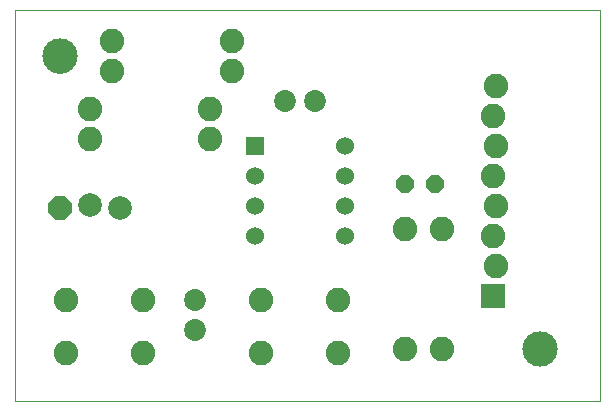
<source format=gbs>
G75*
%MOIN*%
%OFA0B0*%
%FSLAX25Y25*%
%IPPOS*%
%LPD*%
%AMOC8*
5,1,8,0,0,1.08239X$1,22.5*
%
%ADD10C,0.00000*%
%ADD11C,0.11800*%
%ADD12C,0.07300*%
%ADD13OC8,0.07887*%
%ADD14C,0.07887*%
%ADD15R,0.08200X0.08200*%
%ADD16C,0.08200*%
%ADD17OC8,0.06000*%
%ADD18R,0.06000X0.06000*%
%ADD19C,0.06000*%
D10*
X0001300Y0001300D02*
X0001300Y0131800D01*
X0196300Y0131800D01*
X0196300Y0001300D01*
X0001300Y0001300D01*
X0010800Y0116300D02*
X0010802Y0116448D01*
X0010808Y0116596D01*
X0010818Y0116744D01*
X0010832Y0116892D01*
X0010850Y0117039D01*
X0010872Y0117186D01*
X0010898Y0117332D01*
X0010927Y0117477D01*
X0010961Y0117622D01*
X0010999Y0117765D01*
X0011040Y0117908D01*
X0011085Y0118049D01*
X0011135Y0118189D01*
X0011187Y0118327D01*
X0011244Y0118465D01*
X0011304Y0118600D01*
X0011368Y0118734D01*
X0011435Y0118866D01*
X0011506Y0118996D01*
X0011581Y0119125D01*
X0011659Y0119251D01*
X0011740Y0119375D01*
X0011824Y0119497D01*
X0011912Y0119616D01*
X0012003Y0119733D01*
X0012097Y0119848D01*
X0012195Y0119960D01*
X0012295Y0120069D01*
X0012398Y0120176D01*
X0012504Y0120280D01*
X0012612Y0120381D01*
X0012724Y0120479D01*
X0012838Y0120574D01*
X0012954Y0120665D01*
X0013073Y0120754D01*
X0013194Y0120839D01*
X0013318Y0120921D01*
X0013444Y0121000D01*
X0013571Y0121075D01*
X0013701Y0121147D01*
X0013833Y0121216D01*
X0013966Y0121280D01*
X0014101Y0121341D01*
X0014238Y0121399D01*
X0014376Y0121453D01*
X0014516Y0121503D01*
X0014657Y0121549D01*
X0014799Y0121591D01*
X0014942Y0121630D01*
X0015086Y0121664D01*
X0015232Y0121695D01*
X0015377Y0121722D01*
X0015524Y0121745D01*
X0015671Y0121764D01*
X0015819Y0121779D01*
X0015966Y0121790D01*
X0016115Y0121797D01*
X0016263Y0121800D01*
X0016411Y0121799D01*
X0016559Y0121794D01*
X0016707Y0121785D01*
X0016855Y0121772D01*
X0017003Y0121755D01*
X0017149Y0121734D01*
X0017296Y0121709D01*
X0017441Y0121680D01*
X0017586Y0121648D01*
X0017729Y0121611D01*
X0017872Y0121571D01*
X0018014Y0121526D01*
X0018154Y0121478D01*
X0018293Y0121426D01*
X0018430Y0121371D01*
X0018566Y0121311D01*
X0018701Y0121248D01*
X0018833Y0121182D01*
X0018964Y0121112D01*
X0019093Y0121038D01*
X0019219Y0120961D01*
X0019344Y0120881D01*
X0019466Y0120797D01*
X0019587Y0120710D01*
X0019704Y0120620D01*
X0019820Y0120526D01*
X0019932Y0120430D01*
X0020042Y0120331D01*
X0020150Y0120228D01*
X0020254Y0120123D01*
X0020356Y0120015D01*
X0020454Y0119904D01*
X0020550Y0119791D01*
X0020643Y0119675D01*
X0020732Y0119557D01*
X0020818Y0119436D01*
X0020901Y0119313D01*
X0020981Y0119188D01*
X0021057Y0119061D01*
X0021130Y0118931D01*
X0021199Y0118800D01*
X0021264Y0118667D01*
X0021327Y0118533D01*
X0021385Y0118396D01*
X0021440Y0118258D01*
X0021490Y0118119D01*
X0021538Y0117978D01*
X0021581Y0117837D01*
X0021621Y0117694D01*
X0021656Y0117550D01*
X0021688Y0117405D01*
X0021716Y0117259D01*
X0021740Y0117113D01*
X0021760Y0116966D01*
X0021776Y0116818D01*
X0021788Y0116671D01*
X0021796Y0116522D01*
X0021800Y0116374D01*
X0021800Y0116226D01*
X0021796Y0116078D01*
X0021788Y0115929D01*
X0021776Y0115782D01*
X0021760Y0115634D01*
X0021740Y0115487D01*
X0021716Y0115341D01*
X0021688Y0115195D01*
X0021656Y0115050D01*
X0021621Y0114906D01*
X0021581Y0114763D01*
X0021538Y0114622D01*
X0021490Y0114481D01*
X0021440Y0114342D01*
X0021385Y0114204D01*
X0021327Y0114067D01*
X0021264Y0113933D01*
X0021199Y0113800D01*
X0021130Y0113669D01*
X0021057Y0113539D01*
X0020981Y0113412D01*
X0020901Y0113287D01*
X0020818Y0113164D01*
X0020732Y0113043D01*
X0020643Y0112925D01*
X0020550Y0112809D01*
X0020454Y0112696D01*
X0020356Y0112585D01*
X0020254Y0112477D01*
X0020150Y0112372D01*
X0020042Y0112269D01*
X0019932Y0112170D01*
X0019820Y0112074D01*
X0019704Y0111980D01*
X0019587Y0111890D01*
X0019466Y0111803D01*
X0019344Y0111719D01*
X0019219Y0111639D01*
X0019093Y0111562D01*
X0018964Y0111488D01*
X0018833Y0111418D01*
X0018701Y0111352D01*
X0018566Y0111289D01*
X0018430Y0111229D01*
X0018293Y0111174D01*
X0018154Y0111122D01*
X0018014Y0111074D01*
X0017872Y0111029D01*
X0017729Y0110989D01*
X0017586Y0110952D01*
X0017441Y0110920D01*
X0017296Y0110891D01*
X0017149Y0110866D01*
X0017003Y0110845D01*
X0016855Y0110828D01*
X0016707Y0110815D01*
X0016559Y0110806D01*
X0016411Y0110801D01*
X0016263Y0110800D01*
X0016115Y0110803D01*
X0015966Y0110810D01*
X0015819Y0110821D01*
X0015671Y0110836D01*
X0015524Y0110855D01*
X0015377Y0110878D01*
X0015232Y0110905D01*
X0015086Y0110936D01*
X0014942Y0110970D01*
X0014799Y0111009D01*
X0014657Y0111051D01*
X0014516Y0111097D01*
X0014376Y0111147D01*
X0014238Y0111201D01*
X0014101Y0111259D01*
X0013966Y0111320D01*
X0013833Y0111384D01*
X0013701Y0111453D01*
X0013571Y0111525D01*
X0013444Y0111600D01*
X0013318Y0111679D01*
X0013194Y0111761D01*
X0013073Y0111846D01*
X0012954Y0111935D01*
X0012838Y0112026D01*
X0012724Y0112121D01*
X0012612Y0112219D01*
X0012504Y0112320D01*
X0012398Y0112424D01*
X0012295Y0112531D01*
X0012195Y0112640D01*
X0012097Y0112752D01*
X0012003Y0112867D01*
X0011912Y0112984D01*
X0011824Y0113103D01*
X0011740Y0113225D01*
X0011659Y0113349D01*
X0011581Y0113475D01*
X0011506Y0113604D01*
X0011435Y0113734D01*
X0011368Y0113866D01*
X0011304Y0114000D01*
X0011244Y0114135D01*
X0011187Y0114273D01*
X0011135Y0114411D01*
X0011085Y0114551D01*
X0011040Y0114692D01*
X0010999Y0114835D01*
X0010961Y0114978D01*
X0010927Y0115123D01*
X0010898Y0115268D01*
X0010872Y0115414D01*
X0010850Y0115561D01*
X0010832Y0115708D01*
X0010818Y0115856D01*
X0010808Y0116004D01*
X0010802Y0116152D01*
X0010800Y0116300D01*
X0170800Y0018800D02*
X0170802Y0018948D01*
X0170808Y0019096D01*
X0170818Y0019244D01*
X0170832Y0019392D01*
X0170850Y0019539D01*
X0170872Y0019686D01*
X0170898Y0019832D01*
X0170927Y0019977D01*
X0170961Y0020122D01*
X0170999Y0020265D01*
X0171040Y0020408D01*
X0171085Y0020549D01*
X0171135Y0020689D01*
X0171187Y0020827D01*
X0171244Y0020965D01*
X0171304Y0021100D01*
X0171368Y0021234D01*
X0171435Y0021366D01*
X0171506Y0021496D01*
X0171581Y0021625D01*
X0171659Y0021751D01*
X0171740Y0021875D01*
X0171824Y0021997D01*
X0171912Y0022116D01*
X0172003Y0022233D01*
X0172097Y0022348D01*
X0172195Y0022460D01*
X0172295Y0022569D01*
X0172398Y0022676D01*
X0172504Y0022780D01*
X0172612Y0022881D01*
X0172724Y0022979D01*
X0172838Y0023074D01*
X0172954Y0023165D01*
X0173073Y0023254D01*
X0173194Y0023339D01*
X0173318Y0023421D01*
X0173444Y0023500D01*
X0173571Y0023575D01*
X0173701Y0023647D01*
X0173833Y0023716D01*
X0173966Y0023780D01*
X0174101Y0023841D01*
X0174238Y0023899D01*
X0174376Y0023953D01*
X0174516Y0024003D01*
X0174657Y0024049D01*
X0174799Y0024091D01*
X0174942Y0024130D01*
X0175086Y0024164D01*
X0175232Y0024195D01*
X0175377Y0024222D01*
X0175524Y0024245D01*
X0175671Y0024264D01*
X0175819Y0024279D01*
X0175966Y0024290D01*
X0176115Y0024297D01*
X0176263Y0024300D01*
X0176411Y0024299D01*
X0176559Y0024294D01*
X0176707Y0024285D01*
X0176855Y0024272D01*
X0177003Y0024255D01*
X0177149Y0024234D01*
X0177296Y0024209D01*
X0177441Y0024180D01*
X0177586Y0024148D01*
X0177729Y0024111D01*
X0177872Y0024071D01*
X0178014Y0024026D01*
X0178154Y0023978D01*
X0178293Y0023926D01*
X0178430Y0023871D01*
X0178566Y0023811D01*
X0178701Y0023748D01*
X0178833Y0023682D01*
X0178964Y0023612D01*
X0179093Y0023538D01*
X0179219Y0023461D01*
X0179344Y0023381D01*
X0179466Y0023297D01*
X0179587Y0023210D01*
X0179704Y0023120D01*
X0179820Y0023026D01*
X0179932Y0022930D01*
X0180042Y0022831D01*
X0180150Y0022728D01*
X0180254Y0022623D01*
X0180356Y0022515D01*
X0180454Y0022404D01*
X0180550Y0022291D01*
X0180643Y0022175D01*
X0180732Y0022057D01*
X0180818Y0021936D01*
X0180901Y0021813D01*
X0180981Y0021688D01*
X0181057Y0021561D01*
X0181130Y0021431D01*
X0181199Y0021300D01*
X0181264Y0021167D01*
X0181327Y0021033D01*
X0181385Y0020896D01*
X0181440Y0020758D01*
X0181490Y0020619D01*
X0181538Y0020478D01*
X0181581Y0020337D01*
X0181621Y0020194D01*
X0181656Y0020050D01*
X0181688Y0019905D01*
X0181716Y0019759D01*
X0181740Y0019613D01*
X0181760Y0019466D01*
X0181776Y0019318D01*
X0181788Y0019171D01*
X0181796Y0019022D01*
X0181800Y0018874D01*
X0181800Y0018726D01*
X0181796Y0018578D01*
X0181788Y0018429D01*
X0181776Y0018282D01*
X0181760Y0018134D01*
X0181740Y0017987D01*
X0181716Y0017841D01*
X0181688Y0017695D01*
X0181656Y0017550D01*
X0181621Y0017406D01*
X0181581Y0017263D01*
X0181538Y0017122D01*
X0181490Y0016981D01*
X0181440Y0016842D01*
X0181385Y0016704D01*
X0181327Y0016567D01*
X0181264Y0016433D01*
X0181199Y0016300D01*
X0181130Y0016169D01*
X0181057Y0016039D01*
X0180981Y0015912D01*
X0180901Y0015787D01*
X0180818Y0015664D01*
X0180732Y0015543D01*
X0180643Y0015425D01*
X0180550Y0015309D01*
X0180454Y0015196D01*
X0180356Y0015085D01*
X0180254Y0014977D01*
X0180150Y0014872D01*
X0180042Y0014769D01*
X0179932Y0014670D01*
X0179820Y0014574D01*
X0179704Y0014480D01*
X0179587Y0014390D01*
X0179466Y0014303D01*
X0179344Y0014219D01*
X0179219Y0014139D01*
X0179093Y0014062D01*
X0178964Y0013988D01*
X0178833Y0013918D01*
X0178701Y0013852D01*
X0178566Y0013789D01*
X0178430Y0013729D01*
X0178293Y0013674D01*
X0178154Y0013622D01*
X0178014Y0013574D01*
X0177872Y0013529D01*
X0177729Y0013489D01*
X0177586Y0013452D01*
X0177441Y0013420D01*
X0177296Y0013391D01*
X0177149Y0013366D01*
X0177003Y0013345D01*
X0176855Y0013328D01*
X0176707Y0013315D01*
X0176559Y0013306D01*
X0176411Y0013301D01*
X0176263Y0013300D01*
X0176115Y0013303D01*
X0175966Y0013310D01*
X0175819Y0013321D01*
X0175671Y0013336D01*
X0175524Y0013355D01*
X0175377Y0013378D01*
X0175232Y0013405D01*
X0175086Y0013436D01*
X0174942Y0013470D01*
X0174799Y0013509D01*
X0174657Y0013551D01*
X0174516Y0013597D01*
X0174376Y0013647D01*
X0174238Y0013701D01*
X0174101Y0013759D01*
X0173966Y0013820D01*
X0173833Y0013884D01*
X0173701Y0013953D01*
X0173571Y0014025D01*
X0173444Y0014100D01*
X0173318Y0014179D01*
X0173194Y0014261D01*
X0173073Y0014346D01*
X0172954Y0014435D01*
X0172838Y0014526D01*
X0172724Y0014621D01*
X0172612Y0014719D01*
X0172504Y0014820D01*
X0172398Y0014924D01*
X0172295Y0015031D01*
X0172195Y0015140D01*
X0172097Y0015252D01*
X0172003Y0015367D01*
X0171912Y0015484D01*
X0171824Y0015603D01*
X0171740Y0015725D01*
X0171659Y0015849D01*
X0171581Y0015975D01*
X0171506Y0016104D01*
X0171435Y0016234D01*
X0171368Y0016366D01*
X0171304Y0016500D01*
X0171244Y0016635D01*
X0171187Y0016773D01*
X0171135Y0016911D01*
X0171085Y0017051D01*
X0171040Y0017192D01*
X0170999Y0017335D01*
X0170961Y0017478D01*
X0170927Y0017623D01*
X0170898Y0017768D01*
X0170872Y0017914D01*
X0170850Y0018061D01*
X0170832Y0018208D01*
X0170818Y0018356D01*
X0170808Y0018504D01*
X0170802Y0018652D01*
X0170800Y0018800D01*
D11*
X0176300Y0018800D03*
X0016300Y0116300D03*
D12*
X0091300Y0101300D03*
X0101300Y0101300D03*
X0061300Y0035050D03*
X0061300Y0025050D03*
D13*
X0016300Y0065800D03*
D14*
X0026300Y0066800D03*
X0036300Y0065800D03*
D15*
X0160800Y0036300D03*
D16*
X0161800Y0046300D03*
X0160800Y0056300D03*
X0161800Y0066300D03*
X0160800Y0076300D03*
X0161800Y0086300D03*
X0160800Y0096300D03*
X0161800Y0106300D03*
X0143800Y0058800D03*
X0131300Y0058800D03*
X0109100Y0035200D03*
X0131300Y0018800D03*
X0143800Y0018800D03*
X0109100Y0017400D03*
X0083500Y0017400D03*
X0083500Y0035200D03*
X0044100Y0035200D03*
X0044100Y0017400D03*
X0018500Y0017400D03*
X0018500Y0035200D03*
X0026300Y0088800D03*
X0026300Y0098800D03*
X0033800Y0111300D03*
X0033800Y0121300D03*
X0066300Y0098800D03*
X0066300Y0088800D03*
X0073800Y0111300D03*
X0073800Y0121300D03*
D17*
X0131300Y0073800D03*
X0141300Y0073800D03*
D18*
X0081300Y0086300D03*
D19*
X0081300Y0076300D03*
X0081300Y0066300D03*
X0081300Y0056300D03*
X0111300Y0056300D03*
X0111300Y0066300D03*
X0111300Y0076300D03*
X0111300Y0086300D03*
M02*

</source>
